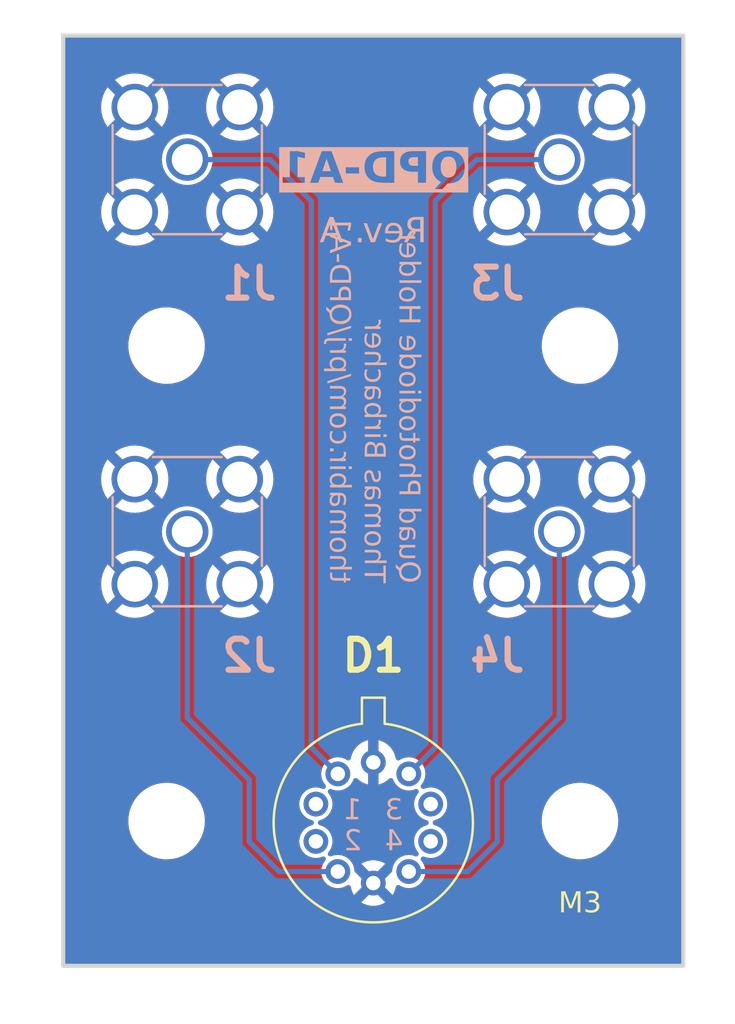
<source format=kicad_pcb>
(kicad_pcb (version 20221018) (generator pcbnew)
  (layers (0 "F.Cu" signal) (31 "B.Cu" signal) (34 "B.Paste" user) (35 "F.Paste" user) (36 "B.SilkS" user "B.Silkscreen") (37 "F.SilkS" user "F.Silkscreen") (38 "B.Mask" user) (39 "F.Mask" user) (44 "Edge.Cuts" user))
  (net 0 "")
  (net 1 "GND")
  (net 2 "/SIG_A")
  (net 3 "/SIG_B")
  (net 4 "/SIG_C")
  (net 5 "/SIG_D")
  (footprint "MountingHole:MountingHole_3.2mm_M3_DIN965" (layer "F.Cu") (at 137.216 120.492)
    (fp_text reference "H4" hide)
    (fp_text value "MountingHole")
    (pad "" np_thru_hole circle (at 0 0) (size 3.2 3.2) (drill 3.2) (layers "*.Cu" "*.Mask"))
  )
  (footprint "MountingHole:MountingHole_3.2mm_M3_DIN965" (layer "F.Cu") (at 117.216 97.492)
    (fp_text reference "H2" hide)
    (fp_text value "MountingHole")
    (pad "" np_thru_hole circle (at 0 0) (size 3.2 3.2) (drill 3.2) (layers "*.Cu" "*.Mask"))
  )
  (footprint "MountingHole:MountingHole_3.2mm_M3_DIN965" (layer "F.Cu") (at 137.216 97.492)
    (fp_text reference "H1" hide)
    (fp_text value "MountingHole")
    (pad "" np_thru_hole circle (at 0 0) (size 3.2 3.2) (drill 3.2) (layers "*.Cu" "*.Mask"))
  )
  (footprint "MountingHole:MountingHole_3.2mm_M3_DIN965" (layer "F.Cu") (at 117.216 120.492)
    (fp_text reference "H3" hide)
    (fp_text value "MountingHole")
    (pad "" np_thru_hole circle (at 0 0) (size 3.2 3.2) (drill 3.2) (layers "*.Cu" "*.Mask"))
  )
  (footprint "user_Package_TO_SOT_THT:TO-5-10 S4349" (layer "F.Cu") (at 127.216 123.492 90)
    (fp_text reference "D1" (at 11 0 180) (layer "F.SilkS") (effects (font (size 1.5 1.5) (thickness 0.3) bold)))
    (fp_text value "quadrant_photodiode" hide)
    (fp_line (start 7.708517 0.55) (end 8.968517 0.55) (stroke (width 0.12)) (layer "F.SilkS"))
    (fp_line (start 8.968517 -0.55) (end 7.708517 -0.55) (stroke (width 0.12)) (layer "F.SilkS"))
    (fp_line (start 8.968517 0.55) (end 8.968517 -0.55) (stroke (width 0.12)) (layer "F.SilkS"))
    (fp_arc (start 7.708517 0.55) (mid -1.899999 -0.000183) (end 7.708559 -0.549636) (stroke (width 0.12)) (layer "F.SilkS"))
    (pad "1" thru_hole oval (at 5.28233 1.716333 90) (size 1.2 1.2) (drill 0.7) (layers "*.Cu" "*.Mask") (net 5 "/SIG_D"))
    (pad "2" thru_hole oval (at 3.82233 2.777085 90) (size 1.2 1.2) (drill 0.7) (layers "*.Cu" "*.Mask"))
    (pad "3" thru_hole oval (at 2.01767 2.777085 90) (size 1.2 1.2) (drill 0.7) (layers "*.Cu" "*.Mask"))
    (pad "4" thru_hole oval (at 0.55767 1.716333 90) (size 1.2 1.2) (drill 0.7) (layers "*.Cu" "*.Mask") (net 2 "/SIG_A"))
    (pad "5" thru_hole circle (at 0 0 90) (size 1.2 1.2) (drill 0.7) (layers "*.Cu" "*.Mask") (net 1 "GND"))
    (pad "6" thru_hole oval (at 0.55767 -1.716333 90) (size 1.2 1.2) (drill 0.7) (layers "*.Cu" "*.Mask") (net 3 "/SIG_B"))
    (pad "7" thru_hole oval (at 2.01767 -2.777085 90) (size 1.2 1.2) (drill 0.7) (layers "*.Cu" "*.Mask"))
    (pad "8" thru_hole oval (at 3.82233 -2.777085 90) (size 1.2 1.2) (drill 0.7) (layers "*.Cu" "*.Mask"))
    (pad "9" thru_hole oval (at 5.28233 -1.716333 90) (size 1.2 1.2) (drill 0.7) (layers "*.Cu" "*.Mask") (net 4 "/SIG_C"))
    (pad "10" thru_hole oval (at 5.84 0 90) (size 1.2 1.2) (drill 0.7) (layers "*.Cu" "*.Mask") (net 1 "GND"))
  )
  (footprint "Connector_Coaxial:SMA_Amphenol_132291_Vertical" (layer "B.Cu") (at 118.216 106.492 180)
    (fp_text reference "J2" (at -3 -6) (layer "B.SilkS") (effects (font (size 1.5 1.5) (thickness 0.3) bold) (justify mirror)))
    (fp_text value "Amphenol 132134")
    (fp_line (start -3.61 1.66) (end -3.61 -1.66) (stroke (width 0.12)) (layer "B.SilkS"))
    (fp_line (start -1.66 -3.61) (end 1.66 -3.61) (stroke (width 0.12)) (layer "B.SilkS"))
    (fp_line (start -1.66 3.61) (end 1.66 3.61) (stroke (width 0.12)) (layer "B.SilkS"))
    (fp_line (start 3.61 1.66) (end 3.61 -1.66) (stroke (width 0.12)) (layer "B.SilkS"))
    (pad "1" thru_hole circle (at 0 0 180) (size 2.05 2.05) (drill 1.5) (layers "*.Cu" "*.Mask") (net 3 "/SIG_B"))
    (pad "2" thru_hole circle (at -2.54 -2.54 180) (size 2.25 2.25) (drill 1.7) (layers "*.Cu" "*.Mask") (net 1 "GND"))
    (pad "2" thru_hole circle (at -2.54 2.54 180) (size 2.25 2.25) (drill 1.7) (layers "*.Cu" "*.Mask") (net 1 "GND"))
    (pad "2" thru_hole circle (at 2.54 -2.54 180) (size 2.25 2.25) (drill 1.7) (layers "*.Cu" "*.Mask") (net 1 "GND"))
    (pad "2" thru_hole circle (at 2.54 2.54 180) (size 2.25 2.25) (drill 1.7) (layers "*.Cu" "*.Mask") (net 1 "GND"))
  )
  (footprint "Connector_Coaxial:SMA_Amphenol_132291_Vertical" (layer "B.Cu") (at 136.216 106.492 180)
    (fp_text reference "J4" (at 3 -6) (layer "B.SilkS") (effects (font (size 1.5 1.5) (thickness 0.3) bold) (justify mirror)))
    (fp_text value "Amphenol 132134")
    (fp_line (start -3.61 1.66) (end -3.61 -1.66) (stroke (width 0.12)) (layer "B.SilkS"))
    (fp_line (start -1.66 -3.61) (end 1.66 -3.61) (stroke (width 0.12)) (layer "B.SilkS"))
    (fp_line (start -1.66 3.61) (end 1.66 3.61) (stroke (width 0.12)) (layer "B.SilkS"))
    (fp_line (start 3.61 1.66) (end 3.61 -1.66) (stroke (width 0.12)) (layer "B.SilkS"))
    (pad "1" thru_hole circle (at 0 0 180) (size 2.05 2.05) (drill 1.5) (layers "*.Cu" "*.Mask") (net 2 "/SIG_A"))
    (pad "2" thru_hole circle (at -2.54 -2.54 180) (size 2.25 2.25) (drill 1.7) (layers "*.Cu" "*.Mask") (net 1 "GND"))
    (pad "2" thru_hole circle (at -2.54 2.54 180) (size 2.25 2.25) (drill 1.7) (layers "*.Cu" "*.Mask") (net 1 "GND"))
    (pad "2" thru_hole circle (at 2.54 -2.54 180) (size 2.25 2.25) (drill 1.7) (layers "*.Cu" "*.Mask") (net 1 "GND"))
    (pad "2" thru_hole circle (at 2.54 2.54 180) (size 2.25 2.25) (drill 1.7) (layers "*.Cu" "*.Mask") (net 1 "GND"))
  )
  (footprint "Connector_Coaxial:SMA_Amphenol_132291_Vertical" (layer "B.Cu") (at 136.216 88.492 180)
    (fp_text reference "J3" (at 3 -6) (layer "B.SilkS") (effects (font (size 1.5 1.5) (thickness 0.3) bold) (justify mirror)))
    (fp_text value "Amphenol 132134")
    (fp_line (start -3.61 1.66) (end -3.61 -1.66) (stroke (width 0.12)) (layer "B.SilkS"))
    (fp_line (start -1.66 -3.61) (end 1.66 -3.61) (stroke (width 0.12)) (layer "B.SilkS"))
    (fp_line (start -1.66 3.61) (end 1.66 3.61) (stroke (width 0.12)) (layer "B.SilkS"))
    (fp_line (start 3.61 1.66) (end 3.61 -1.66) (stroke (width 0.12)) (layer "B.SilkS"))
    (pad "1" thru_hole circle (at 0 0 180) (size 2.05 2.05) (drill 1.5) (layers "*.Cu" "*.Mask") (net 5 "/SIG_D"))
    (pad "2" thru_hole circle (at -2.54 -2.54 180) (size 2.25 2.25) (drill 1.7) (layers "*.Cu" "*.Mask") (net 1 "GND"))
    (pad "2" thru_hole circle (at -2.54 2.54 180) (size 2.25 2.25) (drill 1.7) (layers "*.Cu" "*.Mask") (net 1 "GND"))
    (pad "2" thru_hole circle (at 2.54 -2.54 180) (size 2.25 2.25) (drill 1.7) (layers "*.Cu" "*.Mask") (net 1 "GND"))
    (pad "2" thru_hole circle (at 2.54 2.54 180) (size 2.25 2.25) (drill 1.7) (layers "*.Cu" "*.Mask") (net 1 "GND"))
  )
  (footprint "Connector_Coaxial:SMA_Amphenol_132291_Vertical" (layer "B.Cu") (at 118.216 88.492 180)
    (fp_text reference "J1" (at -3 -6) (layer "B.SilkS") (effects (font (size 1.5 1.5) (thickness 0.3) bold) (justify mirror)))
    (fp_text value "Amphenol 132134")
    (fp_line (start -3.61 1.66) (end -3.61 -1.66) (stroke (width 0.12)) (layer "B.SilkS"))
    (fp_line (start -1.66 -3.61) (end 1.66 -3.61) (stroke (width 0.12)) (layer "B.SilkS"))
    (fp_line (start -1.66 3.61) (end 1.66 3.61) (stroke (width 0.12)) (layer "B.SilkS"))
    (fp_line (start 3.61 1.66) (end 3.61 -1.66) (stroke (width 0.12)) (layer "B.SilkS"))
    (pad "1" thru_hole circle (at 0 0 180) (size 2.05 2.05) (drill 1.5) (layers "*.Cu" "*.Mask") (net 4 "/SIG_C"))
    (pad "2" thru_hole circle (at -2.54 -2.54 180) (size 2.25 2.25) (drill 1.7) (layers "*.Cu" "*.Mask") (net 1 "GND"))
    (pad "2" thru_hole circle (at -2.54 2.54 180) (size 2.25 2.25) (drill 1.7) (layers "*.Cu" "*.Mask") (net 1 "GND"))
    (pad "2" thru_hole circle (at 2.54 -2.54 180) (size 2.25 2.25) (drill 1.7) (layers "*.Cu" "*.Mask") (net 1 "GND"))
    (pad "2" thru_hole circle (at 2.54 2.54 180) (size 2.25 2.25) (drill 1.7) (layers "*.Cu" "*.Mask") (net 1 "GND"))
  )
  (gr_rect (start 112.216 82.492) (end 142.216 127.492) (stroke (width 0.2)) (fill none) (layer "Edge.Cuts"))
  (gr_text "Quad Photodiode Holder\nThomas Birbacher\nthomabir.com/prj/QPD-A1" (at 127.216 108.992 270) (layer "B.SilkS") (effects (font (size 1 1) (thickness 0.125)) (justify left mirror)))
  (gr_text "3" (at 128.216 119.992) (layer "B.SilkS") (effects (font (size 1 1) (thickness 0.1875)) (justify mirror)))
  (gr_text "Rev. A" (at 127.216 91.992) (layer "B.SilkS") (effects (font (size 1.2 1.2) (thickness 0.125)) (justify mirror)))
  (gr_text "4" (at 128.216 121.492) (layer "B.SilkS") (effects (font (size 1 1) (thickness 0.1875)) (justify mirror)))
  (gr_text "QPD-A1" (at 127.216 88.992) (layer "B.SilkS" knockout) (effects (font (size 1.5 1.5) (thickness 0.3) bold) (justify mirror)))
  (gr_text "1" (at 126.216 119.992) (layer "B.SilkS") (effects (font (size 1 1) (thickness 0.1875)) (justify mirror)))
  (gr_text "2" (at 126.216 121.492) (layer "B.SilkS") (effects (font (size 1 1) (thickness 0.1875)) (justify mirror)))
  (gr_text "M3" (at 137.216 124.492) (layer "F.SilkS") (effects (font (size 1 1) (thickness 0.1875))))
  (segment (start 128.932333 122.93433) (end 131.77367 122.93433) (width 0.25) (layer "B.Cu") (net 2))
  (segment (start 133.216 118.492) (end 136.216 115.492) (width 0.25) (layer "B.Cu") (net 2))
  (segment (start 136.216 115.492) (end 136.216 106.492) (width 0.25) (layer "B.Cu") (net 2))
  (segment (start 133.216 121.492) (end 133.216 118.492) (width 0.25) (layer "B.Cu") (net 2))
  (segment (start 131.77367 122.93433) (end 133.216 121.492) (width 0.25) (layer "B.Cu") (net 2))
  (segment (start 122.65833 122.93433) (end 121.216 121.492) (width 0.25) (layer "B.Cu") (net 3))
  (segment (start 121.216 118.492) (end 118.216 115.492) (width 0.25) (layer "B.Cu") (net 3))
  (segment (start 125.499667 122.93433) (end 122.65833 122.93433) (width 0.25) (layer "B.Cu") (net 3))
  (segment (start 121.216 121.492) (end 121.216 118.492) (width 0.25) (layer "B.Cu") (net 3))
  (segment (start 118.216 115.492) (end 118.216 106.492) (width 0.25) (layer "B.Cu") (net 3))
  (segment (start 124.216 90.492) (end 124.216 116.926003) (width 0.25) (layer "B.Cu") (net 4))
  (segment (start 118.216 88.492) (end 122.216 88.492) (width 0.25) (layer "B.Cu") (net 4))
  (segment (start 122.216 88.492) (end 124.216 90.492) (width 0.25) (layer "B.Cu") (net 4))
  (segment (start 124.216 116.926003) (end 125.499667 118.20967) (width 0.25) (layer "B.Cu") (net 4))
  (segment (start 130.216 90.492) (end 130.216 116.926003) (width 0.25) (layer "B.Cu") (net 5))
  (segment (start 132.216 88.492) (end 130.216 90.492) (width 0.25) (layer "B.Cu") (net 5))
  (segment (start 136.216 88.492) (end 132.216 88.492) (width 0.25) (layer "B.Cu") (net 5))
  (segment (start 130.216 116.926003) (end 128.932333 118.20967) (width 0.25) (layer "B.Cu") (net 5))
  (zone (net 1) (net_name "GND") (layers "F&B.Cu") (connect_pads (clearance 0.2)) (min_thickness 0.25) (fill yes (thermal_gap 0.5) (thermal_bridge_width 0.5))
    (polygon (pts (xy 109.156 80.772) (xy 144.716 80.772) (xy 144.716 130.302) (xy 109.156 130.302)))
  )
)
</source>
